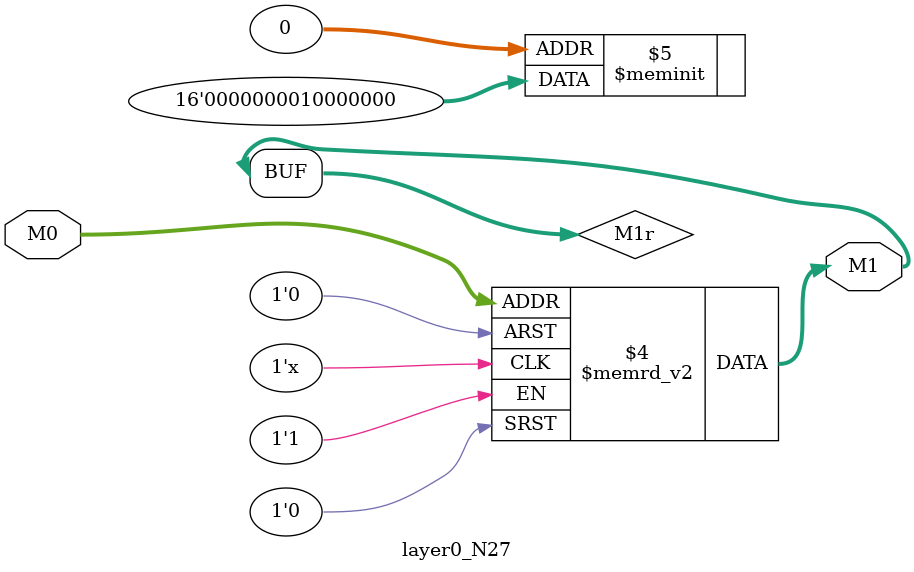
<source format=v>
module layer0_N27 ( input [2:0] M0, output [1:0] M1 );

	(*rom_style = "distributed" *) reg [1:0] M1r;
	assign M1 = M1r;
	always @ (M0) begin
		case (M0)
			3'b000: M1r = 2'b00;
			3'b100: M1r = 2'b00;
			3'b010: M1r = 2'b00;
			3'b110: M1r = 2'b00;
			3'b001: M1r = 2'b00;
			3'b101: M1r = 2'b00;
			3'b011: M1r = 2'b10;
			3'b111: M1r = 2'b00;

		endcase
	end
endmodule

</source>
